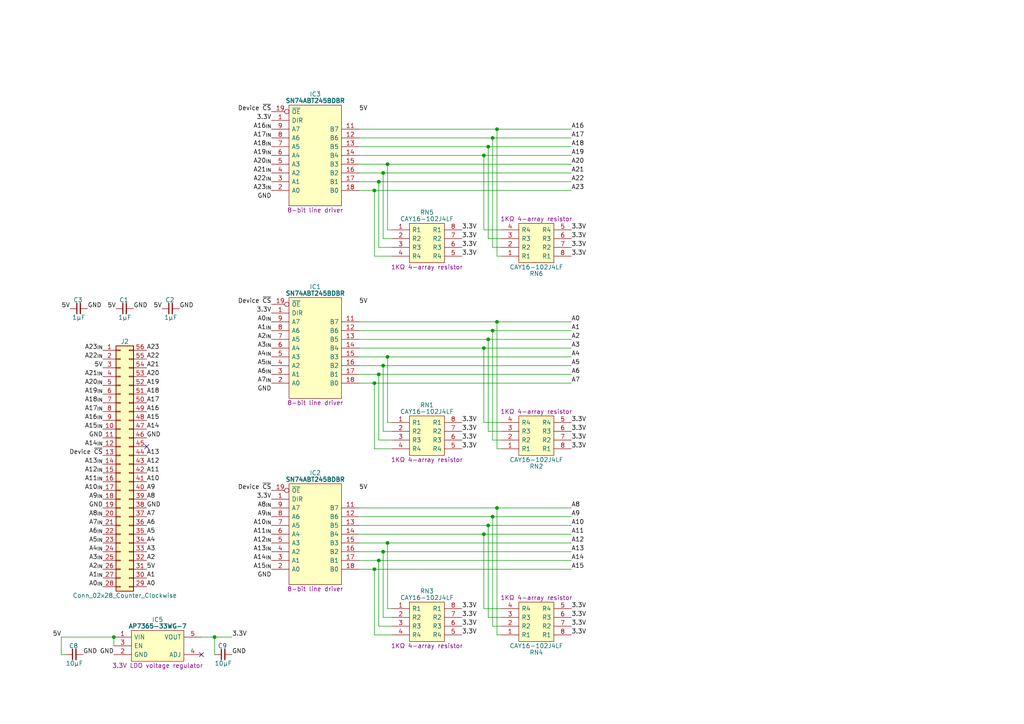
<source format=kicad_sch>
(kicad_sch (version 20230121) (generator eeschema)
  (paper "A4")
  (title_block (title "8bit Data 8bit Signal Buffer") (date "2023-10-07") (rev "V0"))
  (lib_symbols
    (symbol "Bourns:CAY16-102J4LF" (pin_names (offset 0.762))
      (property "Reference" "RN" (at 10.16 5.08 0))
      (property "Value" "CAY16-102J4LF" (at 10.16 3.175 0))
      (property "Description" "1KΩ 4-array resistor" (at 10.16 -10.795 0))
      (symbol "CAY16-102J4LF_0_0"
        (pin passive line (at 0 0 0) (length 5.08) (name "R1") (number "1"))
        (pin passive line (at 0 -2.54 0) (length 5.08) (name "R2") (number "2"))
        (pin passive line (at 0 -5.08 0) (length 5.08) (name "R3") (number "3"))
        (pin passive line (at 0 -7.62 0) (length 5.08) (name "R4") (number "4"))
        (pin passive line (at 20.32 -7.62 180) (length 5.08) (name "R4") (number "5"))
        (pin passive line (at 20.32 -5.08 180) (length 5.08) (name "R3") (number "6"))
        (pin passive line (at 20.32 -2.54 180) (length 5.08) (name "R2") (number "7"))
        (pin passive line (at 20.32 0 180) (length 5.08) (name "R1") (number "8"))
      )
      (symbol "CAY16-102J4LF_0_1"
        (polyline (pts (xy 5.08 1.905) (xy 15.24 1.905) (xy 15.24 -9.525) (xy 5.08 -9.525) (xy 5.08 1.905)) (stroke (width 0.1524)) (fill (type background)))
      )
    )
    (symbol "Connector_Generic:Conn_02x28_Counter_Clockwise" (pin_names (offset 1.016) hide)
      (property "Reference" "J" (at 1.27 35.56 0))
      (property "Value" "Conn_02x28_Counter_Clockwise" (at 1.27 -38.1 0))
      (symbol "Conn_02x28_Counter_Clockwise_1_1"
        (rectangle (start -1.27 -35.433) (end 0 -35.687) (stroke (width 0.1524)))
        (rectangle (start -1.27 -32.893) (end 0 -33.147) (stroke (width 0.1524)))
        (rectangle (start -1.27 -30.353) (end 0 -30.607) (stroke (width 0.1524)))
        (rectangle (start -1.27 -27.813) (end 0 -28.067) (stroke (width 0.1524)))
        (rectangle (start -1.27 -25.273) (end 0 -25.527) (stroke (width 0.1524)))
        (rectangle (start -1.27 -22.733) (end 0 -22.987) (stroke (width 0.1524)))
        (rectangle (start -1.27 -20.193) (end 0 -20.447) (stroke (width 0.1524)))
        (rectangle (start -1.27 -17.653) (end 0 -17.907) (stroke (width 0.1524)))
        (rectangle (start -1.27 -15.113) (end 0 -15.367) (stroke (width 0.1524)))
        (rectangle (start -1.27 -12.573) (end 0 -12.827) (stroke (width 0.1524)))
        (rectangle (start -1.27 -10.033) (end 0 -10.287) (stroke (width 0.1524)))
        (rectangle (start -1.27 -7.493) (end 0 -7.747) (stroke (width 0.1524)))
        (rectangle (start -1.27 -4.953) (end 0 -5.207) (stroke (width 0.1524)))
        (rectangle (start -1.27 -2.413) (end 0 -2.667) (stroke (width 0.1524)))
        (rectangle (start -1.27 0.127) (end 0 -0.127) (stroke (width 0.1524)))
        (rectangle (start -1.27 2.667) (end 0 2.413) (stroke (width 0.1524)))
        (rectangle (start -1.27 5.207) (end 0 4.953) (stroke (width 0.1524)))
        (rectangle (start -1.27 7.747) (end 0 7.493) (stroke (width 0.1524)))
        (rectangle (start -1.27 10.287) (end 0 10.033) (stroke (width 0.1524)))
        (rectangle (start -1.27 12.827) (end 0 12.573) (stroke (width 0.1524)))
        (rectangle (start -1.27 15.367) (end 0 15.113) (stroke (width 0.1524)))
        (rectangle (start -1.27 17.907) (end 0 17.653) (stroke (width 0.1524)))
        (rectangle (start -1.27 20.447) (end 0 20.193) (stroke (width 0.1524)))
        (rectangle (start -1.27 22.987) (end 0 22.733) (stroke (width 0.1524)))
        (rectangle (start -1.27 25.527) (end 0 25.273) (stroke (width 0.1524)))
        (rectangle (start -1.27 28.067) (end 0 27.813) (stroke (width 0.1524)))
        (rectangle (start -1.27 30.607) (end 0 30.353) (stroke (width 0.1524)))
        (rectangle (start -1.27 33.147) (end 0 32.893) (stroke (width 0.1524)))
        (rectangle (start -1.27 34.29) (end 3.81 -36.83) (stroke (width 0.254)) (fill (type background)))
        (rectangle (start 3.81 -35.433) (end 2.54 -35.687) (stroke (width 0.1524)))
        (rectangle (start 3.81 -32.893) (end 2.54 -33.147) (stroke (width 0.1524)))
        (rectangle (start 3.81 -30.353) (end 2.54 -30.607) (stroke (width 0.1524)))
        (rectangle (start 3.81 -27.813) (end 2.54 -28.067) (stroke (width 0.1524)))
        (rectangle (start 3.81 -25.273) (end 2.54 -25.527) (stroke (width 0.1524)))
        (rectangle (start 3.81 -22.733) (end 2.54 -22.987) (stroke (width 0.1524)))
        (rectangle (start 3.81 -20.193) (end 2.54 -20.447) (stroke (width 0.1524)))
        (rectangle (start 3.81 -17.653) (end 2.54 -17.907) (stroke (width 0.1524)))
        (rectangle (start 3.81 -15.113) (end 2.54 -15.367) (stroke (width 0.1524)))
        (rectangle (start 3.81 -12.573) (end 2.54 -12.827) (stroke (width 0.1524)))
        (rectangle (start 3.81 -10.033) (end 2.54 -10.287) (stroke (width 0.1524)))
        (rectangle (start 3.81 -7.493) (end 2.54 -7.747) (stroke (width 0.1524)))
        (rectangle (start 3.81 -4.953) (end 2.54 -5.207) (stroke (width 0.1524)))
        (rectangle (start 3.81 -2.413) (end 2.54 -2.667) (stroke (width 0.1524)))
        (rectangle (start 3.81 0.127) (end 2.54 -0.127) (stroke (width 0.1524)))
        (rectangle (start 3.81 2.667) (end 2.54 2.413) (stroke (width 0.1524)))
        (rectangle (start 3.81 5.207) (end 2.54 4.953) (stroke (width 0.1524)))
        (rectangle (start 3.81 7.747) (end 2.54 7.493) (stroke (width 0.1524)))
        (rectangle (start 3.81 10.287) (end 2.54 10.033) (stroke (width 0.1524)))
        (rectangle (start 3.81 12.827) (end 2.54 12.573) (stroke (width 0.1524)))
        (rectangle (start 3.81 15.367) (end 2.54 15.113) (stroke (width 0.1524)))
        (rectangle (start 3.81 17.907) (end 2.54 17.653) (stroke (width 0.1524)))
        (rectangle (start 3.81 20.447) (end 2.54 20.193) (stroke (width 0.1524)))
        (rectangle (start 3.81 22.987) (end 2.54 22.733) (stroke (width 0.1524)))
        (rectangle (start 3.81 25.527) (end 2.54 25.273) (stroke (width 0.1524)))
        (rectangle (start 3.81 28.067) (end 2.54 27.813) (stroke (width 0.1524)))
        (rectangle (start 3.81 30.607) (end 2.54 30.353) (stroke (width 0.1524)))
        (rectangle (start 3.81 33.147) (end 2.54 32.893) (stroke (width 0.1524)))
        (pin passive line (at -5.08 33.02 0) (length 3.81) (name "Pin_1") (number "1"))
        (pin passive line (at -5.08 10.16 0) (length 3.81) (name "Pin_10") (number "10"))
        (pin passive line (at -5.08 7.62 0) (length 3.81) (name "Pin_11") (number "11"))
        (pin passive line (at -5.08 5.08 0) (length 3.81) (name "Pin_12") (number "12"))
        (pin passive line (at -5.08 2.54 0) (length 3.81) (name "Pin_13") (number "13"))
        (pin passive line (at -5.08 0 0) (length 3.81) (name "Pin_14") (number "14"))
        (pin passive line (at -5.08 -2.54 0) (length 3.81) (name "Pin_15") (number "15"))
        (pin passive line (at -5.08 -5.08 0) (length 3.81) (name "Pin_16") (number "16"))
        (pin passive line (at -5.08 -7.62 0) (length 3.81) (name "Pin_17") (number "17"))
        (pin passive line (at -5.08 -10.16 0) (length 3.81) (name "Pin_18") (number "18"))
        (pin passive line (at -5.08 -12.7 0) (length 3.81) (name "Pin_19") (number "19"))
        (pin passive line (at -5.08 30.48 0) (length 3.81) (name "Pin_2") (number "2"))
        (pin passive line (at -5.08 -15.24 0) (length 3.81) (name "Pin_20") (number "20"))
        (pin passive line (at -5.08 -17.78 0) (length 3.81) (name "Pin_21") (number "21"))
        (pin passive line (at -5.08 -20.32 0) (length 3.81) (name "Pin_22") (number "22"))
        (pin passive line (at -5.08 -22.86 0) (length 3.81) (name "Pin_23") (number "23"))
        (pin passive line (at -5.08 -25.4 0) (length 3.81) (name "Pin_24") (number "24"))
        (pin passive line (at -5.08 -27.94 0) (length 3.81) (name "Pin_25") (number "25"))
        (pin passive line (at -5.08 -30.48 0) (length 3.81) (name "Pin_26") (number "26"))
        (pin passive line (at -5.08 -33.02 0) (length 3.81) (name "Pin_27") (number "27"))
        (pin passive line (at -5.08 -35.56 0) (length 3.81) (name "Pin_28") (number "28"))
        (pin passive line (at 7.62 -35.56 180) (length 3.81) (name "Pin_29") (number "29"))
        (pin passive line (at -5.08 27.94 0) (length 3.81) (name "Pin_3") (number "3"))
        (pin passive line (at 7.62 -33.02 180) (length 3.81) (name "Pin_30") (number "30"))
        (pin passive line (at 7.62 -30.48 180) (length 3.81) (name "Pin_31") (number "31"))
        (pin passive line (at 7.62 -27.94 180) (length 3.81) (name "Pin_32") (number "32"))
        (pin passive line (at 7.62 -25.4 180) (length 3.81) (name "Pin_33") (number "33"))
        (pin passive line (at 7.62 -22.86 180) (length 3.81) (name "Pin_34") (number "34"))
        (pin passive line (at 7.62 -20.32 180) (length 3.81) (name "Pin_35") (number "35"))
        (pin passive line (at 7.62 -17.78 180) (length 3.81) (name "Pin_36") (number "36"))
        (pin passive line (at 7.62 -15.24 180) (length 3.81) (name "Pin_37") (number "37"))
        (pin passive line (at 7.62 -12.7 180) (length 3.81) (name "Pin_38") (number "38"))
        (pin passive line (at 7.62 -10.16 180) (length 3.81) (name "Pin_39") (number "39"))
        (pin passive line (at -5.08 25.4 0) (length 3.81) (name "Pin_4") (number "4"))
        (pin passive line (at 7.62 -7.62 180) (length 3.81) (name "Pin_40") (number "40"))
        (pin passive line (at 7.62 -5.08 180) (length 3.81) (name "Pin_41") (number "41"))
        (pin passive line (at 7.62 -2.54 180) (length 3.81) (name "Pin_42") (number "42"))
        (pin passive line (at 7.62 0 180) (length 3.81) (name "Pin_43") (number "43"))
        (pin passive line (at 7.62 2.54 180) (length 3.81) (name "Pin_44") (number "44"))
        (pin passive line (at 7.62 5.08 180) (length 3.81) (name "Pin_45") (number "45"))
        (pin passive line (at 7.62 7.62 180) (length 3.81) (name "Pin_46") (number "46"))
        (pin passive line (at 7.62 10.16 180) (length 3.81) (name "Pin_47") (number "47"))
        (pin passive line (at 7.62 12.7 180) (length 3.81) (name "Pin_48") (number "48"))
        (pin passive line (at 7.62 15.24 180) (length 3.81) (name "Pin_49") (number "49"))
        (pin passive line (at -5.08 22.86 0) (length 3.81) (name "Pin_5") (number "5"))
        (pin passive line (at 7.62 17.78 180) (length 3.81) (name "Pin_50") (number "50"))
        (pin passive line (at 7.62 20.32 180) (length 3.81) (name "Pin_51") (number "51"))
        (pin passive line (at 7.62 22.86 180) (length 3.81) (name "Pin_52") (number "52"))
        (pin passive line (at 7.62 25.4 180) (length 3.81) (name "Pin_53") (number "53"))
        (pin passive line (at 7.62 27.94 180) (length 3.81) (name "Pin_54") (number "54"))
        (pin passive line (at 7.62 30.48 180) (length 3.81) (name "Pin_55") (number "55"))
        (pin passive line (at 7.62 33.02 180) (length 3.81) (name "Pin_56") (number "56"))
        (pin passive line (at -5.08 20.32 0) (length 3.81) (name "Pin_6") (number "6"))
        (pin passive line (at -5.08 17.78 0) (length 3.81) (name "Pin_7") (number "7"))
        (pin passive line (at -5.08 15.24 0) (length 3.81) (name "Pin_8") (number "8"))
        (pin passive line (at -5.08 12.7 0) (length 3.81) (name "Pin_9") (number "9"))
      )
    )
    (symbol "Diodes_Inc:AP7365-33WG-7" (pin_names (offset 0.762))
      (property "Reference" "IC" (at 12.7 5.08 0))
      (property "Value" "AP7365-33WG-7" (at 12.7 3.175 0))
      (property "Description" "3.3V LDO voltage regulator" (at 12.7 -8.255 0))
      (symbol "AP7365-33WG-7_0_0"
        (pin passive line (at 0 0 0) (length 5.08) (name "VIN") (number "1"))
        (pin passive line (at 0 -5.08 0) (length 5.08) (name "GND") (number "2"))
        (pin input line (at 0 -2.54 0) (length 5.08) (name "EN") (number "3"))
        (pin passive line (at 25.4 -5.08 180) (length 5.08) (name "ADJ") (number "4"))
        (pin passive line (at 25.4 0 180) (length 5.08) (name "VOUT") (number "5"))
      )
      (symbol "AP7365-33WG-7_0_1"
        (polyline (pts (xy 5.08 1.905) (xy 20.32 1.905) (xy 20.32 -6.985) (xy 5.08 -6.985) (xy 5.08 1.905)) (fill (type background)))
      )
    )
    (symbol "HCP65:C_0805" (pin_numbers hide) (pin_names (offset 0.254) hide)
      (property "Reference" "C" (at 2.286 2.54 0))
      (property "Value" "?μF" (at 2.54 -2.54 0))
      (symbol "C_0805_0_1"
        (polyline (pts (xy 1.9685 -1.4605) (xy 1.9685 1.5875)) (stroke (width 0.3048)))
        (polyline (pts (xy 2.9845 -1.4605) (xy 2.9845 1.5875)) (stroke (width 0.3302)))
      )
      (symbol "C_0805_1_1"
        (pin passive line (at 0 0 0) (length 2.032) (name "~") (number "1"))
        (pin passive line (at 5.08 0 180) (length 2.032) (name "~") (number "2"))
      )
    )
    (symbol "Texas_Instruments:SN74ABT245BDBR" (pin_names (offset 0.762))
      (property "Reference" "IC" (at 12.7 5.08 0))
      (property "Value" "SN74ABT245BDBR" (at 12.7 3.175 0))
      (property "Description" "8-bit line driver" (at 12.7 -28.575 0))
      (symbol "SN74ABT245BDBR_0_0"
        (pin input line (at 0 -2.54 0) (length 5.08) (name "DIR") (number "1"))
        (pin passive line (at 0 -25.4 0) (length 5.08) hide (name "GND") (number "10"))
        (pin tri_state line (at 25.4 -5.08 180) (length 5.08) (name "B7") (number "11"))
        (pin tri_state line (at 25.4 -7.62 180) (length 5.08) (name "B6") (number "12"))
        (pin tri_state line (at 25.4 -10.16 180) (length 5.08) (name "B5") (number "13"))
        (pin tri_state line (at 25.4 -12.7 180) (length 5.08) (name "B4") (number "14"))
        (pin tri_state line (at 25.4 -15.24 180) (length 5.08) (name "B3") (number "15"))
        (pin tri_state line (at 25.4 -17.78 180) (length 5.08) (name "B2") (number "16"))
        (pin tri_state line (at 25.4 -20.32 180) (length 5.08) (name "B1") (number "17"))
        (pin tri_state line (at 25.4 -22.86 180) (length 5.08) (name "B0") (number "18"))
        (pin input inverted (at 0 0 0) (length 5.08) (name "~{OE}") (number "19"))
        (pin tri_state line (at 0 -22.86 0) (length 5.08) (name "A0") (number "2"))
        (pin passive line (at 25.4 0 180) (length 5.08) hide (name "5V") (number "20"))
        (pin tri_state line (at 0 -20.32 0) (length 5.08) (name "A1") (number "3"))
        (pin tri_state line (at 0 -17.78 0) (length 5.08) (name "A2") (number "4"))
        (pin tri_state line (at 0 -15.24 0) (length 5.08) (name "A3") (number "5"))
        (pin tri_state line (at 0 -12.7 0) (length 5.08) (name "A4") (number "6"))
        (pin tri_state line (at 0 -10.16 0) (length 5.08) (name "A5") (number "7"))
        (pin tri_state line (at 0 -7.62 0) (length 5.08) (name "A6") (number "8"))
        (pin tri_state line (at 0 -5.08 0) (length 5.08) (name "A7") (number "9"))
      )
      (symbol "SN74ABT245BDBR_0_1"
        (polyline (pts (xy 5.08 1.905) (xy 20.32 1.905) (xy 20.32 -27.305) (xy 5.08 -27.305) (xy 5.08 1.905)) (stroke (width 0.1524)) (fill (type background)))
      )
    )
  )
  (junction (at 111.125 106.045))
  (junction (at 144.145 93.345))
  (junction (at 111.125 50.165))
  (junction (at 112.395 103.505))
  (junction (at 109.855 52.705))
  (junction (at 33.02 184.785))
  (junction (at 140.335 45.085))
  (junction (at 142.875 149.86))
  (junction (at 142.875 95.885))
  (junction (at 112.395 157.48))
  (junction (at 108.585 55.245))
  (junction (at 109.855 162.56))
  (junction (at 144.145 37.465))
  (junction (at 108.585 165.1))
  (junction (at 141.605 98.425))
  (junction (at 141.605 42.545))
  (junction (at 140.335 100.965))
  (junction (at 144.145 147.32))
  (junction (at 62.23 184.785))
  (junction (at 142.875 40.005))
  (junction (at 112.395 47.625))
  (junction (at 109.855 108.585))
  (junction (at 140.335 154.94))
  (junction (at 141.605 152.4))
  (junction (at 108.585 111.125))
  (junction (at 111.125 160.02))
  (no_connect (at 58.42 189.865))
  (no_connect (at 42.545 129.54))
  (wire (pts (xy 140.335 100.965) (xy 165.735 100.965)))
  (wire (pts (xy 145.415 127.635) (xy 142.875 127.635)))
  (wire (pts (xy 165.735 154.94) (xy 140.335 154.94)))
  (wire (pts (xy 144.145 93.345) (xy 165.735 93.345)))
  (wire (pts (xy 104.14 37.465) (xy 144.145 37.465)))
  (wire (pts (xy 140.335 66.675) (xy 145.415 66.675)))
  (wire (pts (xy 140.335 176.53) (xy 145.415 176.53)))
  (wire (pts (xy 111.125 50.165) (xy 165.735 50.165)))
  (wire (pts (xy 144.145 37.465) (xy 144.145 74.295)))
  (wire (pts (xy 140.335 45.085) (xy 165.735 45.085)))
  (wire (pts (xy 111.125 106.045) (xy 165.735 106.045)))
  (wire (pts (xy 108.585 130.175) (xy 108.585 111.125)))
  (wire (pts (xy 112.395 66.675) (xy 112.395 47.625)))
  (wire (pts (xy 109.855 127.635) (xy 109.855 108.585)))
  (wire (pts (xy 142.875 95.885) (xy 165.735 95.885)))
  (wire (pts (xy 62.23 189.865) (xy 62.23 184.785)))
  (wire (pts (xy 111.125 69.215) (xy 111.125 50.165)))
  (wire (pts (xy 141.605 179.07) (xy 141.605 152.4)))
  (wire (pts (xy 145.415 184.15) (xy 144.145 184.15)))
  (wire (pts (xy 104.14 98.425) (xy 141.605 98.425)))
  (wire (pts (xy 111.125 125.095) (xy 113.665 125.095)))
  (wire (pts (xy 144.145 93.345) (xy 144.145 130.175)))
  (wire (pts (xy 108.585 111.125) (xy 165.735 111.125)))
  (wire (pts (xy 108.585 165.1) (xy 104.14 165.1)))
  (wire (pts (xy 142.875 149.86) (xy 142.875 181.61)))
  (wire (pts (xy 104.14 47.625) (xy 112.395 47.625)))
  (wire (pts (xy 109.855 108.585) (xy 165.735 108.585)))
  (wire (pts (xy 109.855 71.755) (xy 109.855 52.705)))
  (wire (pts (xy 104.14 95.885) (xy 142.875 95.885)))
  (wire (pts (xy 165.735 157.48) (xy 112.395 157.48)))
  (wire (pts (xy 145.415 130.175) (xy 144.145 130.175)))
  (wire (pts (xy 17.78 184.785) (xy 33.02 184.785)))
  (wire (pts (xy 140.335 122.555) (xy 145.415 122.555)))
  (wire (pts (xy 104.14 103.505) (xy 112.395 103.505)))
  (wire (pts (xy 112.395 66.675) (xy 113.665 66.675)))
  (wire (pts (xy 108.585 74.295) (xy 108.585 55.245)))
  (wire (pts (xy 141.605 98.425) (xy 165.735 98.425)))
  (wire (pts (xy 111.125 179.07) (xy 113.665 179.07)))
  (wire (pts (xy 165.735 165.1) (xy 108.585 165.1)))
  (wire (pts (xy 33.02 184.785) (xy 33.02 187.325)))
  (wire (pts (xy 111.125 69.215) (xy 113.665 69.215)))
  (wire (pts (xy 142.875 40.005) (xy 142.875 71.755)))
  (wire (pts (xy 141.605 69.215) (xy 141.605 42.545)))
  (wire (pts (xy 112.395 122.555) (xy 113.665 122.555)))
  (wire (pts (xy 165.735 149.86) (xy 142.875 149.86)))
  (wire (pts (xy 108.585 184.15) (xy 108.585 165.1)))
  (wire (pts (xy 113.665 127.635) (xy 109.855 127.635)))
  (wire (pts (xy 104.14 50.165) (xy 111.125 50.165)))
  (wire (pts (xy 165.735 147.32) (xy 144.145 147.32)))
  (wire (pts (xy 113.665 184.15) (xy 108.585 184.15)))
  (wire (pts (xy 111.125 179.07) (xy 111.125 160.02)))
  (wire (pts (xy 142.875 95.885) (xy 142.875 127.635)))
  (wire (pts (xy 104.14 45.085) (xy 140.335 45.085)))
  (wire (pts (xy 140.335 66.675) (xy 140.335 45.085)))
  (wire (pts (xy 113.665 181.61) (xy 109.855 181.61)))
  (wire (pts (xy 141.605 42.545) (xy 165.735 42.545)))
  (wire (pts (xy 112.395 122.555) (xy 112.395 103.505)))
  (wire (pts (xy 112.395 157.48) (xy 104.14 157.48)))
  (wire (pts (xy 112.395 103.505) (xy 165.735 103.505)))
  (wire (pts (xy 112.395 47.625) (xy 165.735 47.625)))
  (wire (pts (xy 104.14 100.965) (xy 140.335 100.965)))
  (wire (pts (xy 104.14 108.585) (xy 109.855 108.585)))
  (wire (pts (xy 165.735 162.56) (xy 109.855 162.56)))
  (wire (pts (xy 104.14 93.345) (xy 144.145 93.345)))
  (wire (pts (xy 108.585 55.245) (xy 165.735 55.245)))
  (wire (pts (xy 113.665 71.755) (xy 109.855 71.755)))
  (wire (pts (xy 141.605 125.095) (xy 145.415 125.095)))
  (wire (pts (xy 58.42 184.785) (xy 62.23 184.785)))
  (wire (pts (xy 144.145 147.32) (xy 144.145 184.15)))
  (wire (pts (xy 104.14 55.245) (xy 108.585 55.245)))
  (wire (pts (xy 141.605 152.4) (xy 104.14 152.4)))
  (wire (pts (xy 104.14 111.125) (xy 108.585 111.125)))
  (wire (pts (xy 145.415 74.295) (xy 144.145 74.295)))
  (wire (pts (xy 165.735 160.02) (xy 111.125 160.02)))
  (wire (pts (xy 140.335 154.94) (xy 104.14 154.94)))
  (wire (pts (xy 111.125 160.02) (xy 104.14 160.02)))
  (wire (pts (xy 142.875 40.005) (xy 165.735 40.005)))
  (wire (pts (xy 140.335 122.555) (xy 140.335 100.965)))
  (wire (pts (xy 145.415 181.61) (xy 142.875 181.61)))
  (wire (pts (xy 113.665 130.175) (xy 108.585 130.175)))
  (wire (pts (xy 113.665 74.295) (xy 108.585 74.295)))
  (wire (pts (xy 17.78 184.785) (xy 17.78 189.865)))
  (wire (pts (xy 144.145 37.465) (xy 165.735 37.465)))
  (wire (pts (xy 141.605 125.095) (xy 141.605 98.425)))
  (wire (pts (xy 109.855 162.56) (xy 104.14 162.56)))
  (wire (pts (xy 112.395 176.53) (xy 113.665 176.53)))
  (wire (pts (xy 104.14 106.045) (xy 111.125 106.045)))
  (wire (pts (xy 104.14 42.545) (xy 141.605 42.545)))
  (wire (pts (xy 111.125 125.095) (xy 111.125 106.045)))
  (wire (pts (xy 109.855 52.705) (xy 165.735 52.705)))
  (wire (pts (xy 165.735 152.4) (xy 141.605 152.4)))
  (wire (pts (xy 145.415 71.755) (xy 142.875 71.755)))
  (wire (pts (xy 112.395 176.53) (xy 112.395 157.48)))
  (wire (pts (xy 109.855 181.61) (xy 109.855 162.56)))
  (wire (pts (xy 142.875 149.86) (xy 104.14 149.86)))
  (wire (pts (xy 17.78 189.865) (xy 19.05 189.865)))
  (wire (pts (xy 104.14 40.005) (xy 142.875 40.005)))
  (wire (pts (xy 141.605 179.07) (xy 145.415 179.07)))
  (wire (pts (xy 62.23 184.785) (xy 67.31 184.785)))
  (wire (pts (xy 141.605 69.215) (xy 145.415 69.215)))
  (wire (pts (xy 104.14 52.705) (xy 109.855 52.705)))
  (wire (pts (xy 140.335 176.53) (xy 140.335 154.94)))
  (wire (pts (xy 144.145 147.32) (xy 104.14 147.32)))
  (label "A18_{IN}" (at 78.74 42.545 180))
  (label "A18" (at 42.545 114.3 0))
  (label "3.3V" (at 165.735 125.095 0))
  (label "GND" (at 78.74 57.785 180))
  (label "A16" (at 42.545 119.38 0))
  (label "3.3V" (at 133.985 122.555 0))
  (label "A7_{IN}" (at 29.845 152.4 180))
  (label "A2" (at 42.545 162.56 0))
  (label "3.3V" (at 165.735 127.635 0))
  (label "3.3V" (at 165.735 176.53 0))
  (label "A12_{IN}" (at 29.845 137.16 180))
  (label "Device ~{CS}" (at 29.845 132.08 180))
  (label "3.3V" (at 165.735 130.175 0))
  (label "A23" (at 165.735 55.245 0))
  (label "3.3V" (at 133.985 184.15 0))
  (label "A7" (at 165.735 111.125 0))
  (label "A23_{IN}" (at 78.74 55.245 180))
  (label "3.3V" (at 78.74 144.78 180))
  (label "A15" (at 42.545 121.92 0))
  (label "A12" (at 42.545 134.62 0))
  (label "A20" (at 42.545 109.22 0))
  (label "A19" (at 165.735 45.085 0))
  (label "A8_{IN}" (at 78.74 147.32 180))
  (label "A3" (at 42.545 160.02 0))
  (label "GND" (at 67.31 189.865 0))
  (label "3.3V" (at 133.985 66.675 0))
  (label "GND" (at 25.4 89.535 0))
  (label "3.3V" (at 133.985 69.215 0))
  (label "A12_{IN}" (at 78.74 157.48 180))
  (label "A9" (at 42.545 142.24 0))
  (label "A2_{IN}" (at 29.845 165.1 180))
  (label "A19_{IN}" (at 78.74 45.085 180))
  (label "A9_{IN}" (at 29.845 144.78 180))
  (label "5V" (at 104.14 88.265 0))
  (label "A16_{IN}" (at 78.74 37.465 180))
  (label "A7_{IN}" (at 78.74 111.125 180))
  (label "A14_{IN}" (at 29.845 129.54 180))
  (label "A8" (at 165.735 147.32 0))
  (label "A5" (at 42.545 154.94 0))
  (label "A19_{IN}" (at 29.845 114.3 180))
  (label "GND" (at 24.13 189.865 0))
  (label "A0" (at 42.545 170.18 0))
  (label "5V" (at 17.78 184.785 180))
  (label "A21" (at 165.735 50.165 0))
  (label "3.3V" (at 133.985 176.53 0))
  (label "A11_{IN}" (at 78.74 154.94 180))
  (label "A14" (at 165.735 162.56 0))
  (label "A0_{IN}" (at 78.74 93.345 180))
  (label "3.3V" (at 133.985 179.07 0))
  (label "A4_{IN}" (at 78.74 103.505 180))
  (label "A18" (at 165.735 42.545 0))
  (label "A15_{IN}" (at 78.74 165.1 180))
  (label "A13_{IN}" (at 78.74 160.02 180))
  (label "3.3V" (at 165.735 66.675 0))
  (label "5V" (at 104.14 142.24 0))
  (label "3.3V" (at 78.74 90.805 180))
  (label "A21_{IN}" (at 78.74 50.165 180))
  (label "5V" (at 104.14 32.385 0))
  (label "A17" (at 165.735 40.005 0))
  (label "A10" (at 42.545 139.7 0))
  (label "A3_{IN}" (at 78.74 100.965 180))
  (label "A4" (at 42.545 157.48 0))
  (label "GND" (at 33.02 189.865 180))
  (label "A17_{IN}" (at 29.845 119.38 180))
  (label "A5" (at 165.735 106.045 0))
  (label "A5_{IN}" (at 29.845 157.48 180))
  (label "A5_{IN}" (at 78.74 106.045 180))
  (label "A7" (at 42.545 149.86 0))
  (label "A2_{IN}" (at 78.74 98.425 180))
  (label "3.3V" (at 165.735 74.295 0))
  (label "GND" (at 42.545 147.32 0))
  (label "3.3V" (at 165.735 71.755 0))
  (label "A0" (at 165.735 93.345 0))
  (label "5V" (at 20.32 89.535 180))
  (label "5V" (at 29.845 106.68 180))
  (label "A11_{IN}" (at 29.845 139.7 180))
  (label "GND" (at 78.74 167.64 180))
  (label "A22" (at 42.545 104.14 0))
  (label "A13" (at 165.735 160.02 0))
  (label "A17_{IN}" (at 78.74 40.005 180))
  (label "A1" (at 165.735 95.885 0))
  (label "A13" (at 42.545 132.08 0))
  (label "A16_{IN}" (at 29.845 121.92 180))
  (label "GND" (at 42.545 127 0))
  (label "Device ~{CS}" (at 78.74 142.24 180))
  (label "A20_{IN}" (at 29.845 111.76 180))
  (label "A14_{IN}" (at 78.74 162.56 180))
  (label "A19" (at 42.545 111.76 0))
  (label "A21" (at 42.545 106.68 0))
  (label "A0_{IN}" (at 29.845 170.18 180))
  (label "A10" (at 165.735 152.4 0))
  (label "A13_{IN}" (at 29.845 134.62 180))
  (label "A6" (at 165.735 108.585 0))
  (label "Device ~{CS}" (at 78.74 88.265 180))
  (label "5V" (at 33.655 89.535 180))
  (label "GND" (at 29.845 147.32 180))
  (label "A21_{IN}" (at 29.845 109.22 180))
  (label "A4_{IN}" (at 29.845 160.02 180))
  (label "3.3V" (at 133.985 71.755 0))
  (label "A20_{IN}" (at 78.74 47.625 180))
  (label "GND" (at 38.735 89.535 0))
  (label "3.3V" (at 165.735 122.555 0))
  (label "A14" (at 42.545 124.46 0))
  (label "3.3V" (at 165.735 184.15 0))
  (label "A22" (at 165.735 52.705 0))
  (label "A12" (at 165.735 157.48 0))
  (label "3.3V" (at 133.985 181.61 0))
  (label "A22_{IN}" (at 78.74 52.705 180))
  (label "3.3V" (at 133.985 125.095 0))
  (label "3.3V" (at 67.31 184.785 0))
  (label "3.3V" (at 78.74 34.925 180))
  (label "A23_{IN}" (at 29.845 101.6 180))
  (label "A10_{IN}" (at 78.74 152.4 180))
  (label "A6_{IN}" (at 29.845 154.94 180))
  (label "GND" (at 78.74 113.665 180))
  (label "GND" (at 29.845 127 180))
  (label "A1_{IN}" (at 29.845 167.64 180))
  (label "A1" (at 42.545 167.64 0))
  (label "5V" (at 42.545 165.1 0))
  (label "A8" (at 42.545 144.78 0))
  (label "A23" (at 42.545 101.6 0))
  (label "A11" (at 165.735 154.94 0))
  (label "A3" (at 165.735 100.965 0))
  (label "A10_{IN}" (at 29.845 142.24 180))
  (label "GND" (at 52.07 89.535 0))
  (label "A17" (at 42.545 116.84 0))
  (label "A2" (at 165.735 98.425 0))
  (label "A22_{IN}" (at 29.845 104.14 180))
  (label "Device ~{CS}" (at 78.74 32.385 180))
  (label "A15_{IN}" (at 29.845 124.46 180))
  (label "3.3V" (at 165.735 181.61 0))
  (label "A9_{IN}" (at 78.74 149.86 180))
  (label "A20" (at 165.735 47.625 0))
  (label "3.3V" (at 133.985 127.635 0))
  (label "3.3V" (at 165.735 69.215 0))
  (label "A9" (at 165.735 149.86 0))
  (label "3.3V" (at 133.985 74.295 0))
  (label "A8_{IN}" (at 29.845 149.86 180))
  (label "3.3V" (at 133.985 130.175 0))
  (label "A15" (at 165.735 165.1 0))
  (label "A1_{IN}" (at 78.74 95.885 180))
  (label "A4" (at 165.735 103.505 0))
  (label "A6" (at 42.545 152.4 0))
  (label "A16" (at 165.735 37.465 0))
  (label "5V" (at 46.99 89.535 180))
  (label "A18_{IN}" (at 29.845 116.84 180))
  (label "A3_{IN}" (at 29.845 162.56 180))
  (label "A6_{IN}" (at 78.74 108.585 180))
  (label "3.3V" (at 165.735 179.07 0))
  (label "A11" (at 42.545 137.16 0))
  (symbol (lib_id "Bourns:CAY16-102J4LF") (at 145.415 130.175 0) (mirror x) (unit 1)
    (property "Reference" "RN2" (at 155.575 135.255 0))
    (property "Value" "CAY16-102J4LF" (at 155.575 133.35 0))
    (property "Footprint" "SamacSys_Parts:CAY16-J4" (effects hide))
    (property "Datasheet" "https://www.bourns.com/pdfs/CATCAY.pdf" (effects hide))
    (property "Description" "1KΩ 4-array resistor" (at 155.575 119.38 0))
    (property "Manufacturer_Name" "Bourns" (effects hide))
    (property "Manufacturer_Part_Number" "CAY16-102J4LF\n" (effects hide))
    (property "Mouser Part Number" "652-CAY16-102J4LF" (effects hide))
    (property "Mouser Price/Stock" "https://www.mouser.co.uk/ProductDetail/Bourns/CAY16-472J4LF?qs=vjljXApjgZXDWSqaYW6%252BOA%3D%3D" (effects hide))
    (property "Silkscreen" "1KΩ" (effects hide))
  )
  (symbol (lib_id "Texas_Instruments:SN74ABT245BDBR") (at 78.74 32.385 0) (unit 1)
    (property "Reference" "IC3" (at 91.44 27.305 0))
    (property "Value" "SN74ABT245BDBR" (at 91.44 29.21 0) (effects (font bold)))
    (property "Footprint" "SOP65P780X200-20N" (effects hide))
    (property "Datasheet" "http://www.ti.com/lit/gpn/sn74abt245b" (effects hide))
    (property "Description" "8-bit line driver" (at 91.44 60.96 0))
    (property "Height" "2" (effects hide))
    (property "Manufacturer_Name" "Texas Instruments" (effects hide))
    (property "Manufacturer_Part_Number" "SN74ABT245BDBR" (effects hide))
    (property "Mouser Part Number" "595-SN74ABT245BDBR" (effects hide))
    (property "Mouser Price/Stock" "https://www.mouser.co.uk/ProductDetail/Texas-Instruments/SN74ABT245BDBR?qs=5nGYs9Do7G0kvriH65mtcg%3D%3D" (effects hide))
    (property "Silkscreen" "74ABT245" (effects hide))
  )
  (symbol (lib_id "HCP65:C_0805") (at 20.32 89.535 0) (unit 1)
    (property "Reference" "C3" (at 22.606 86.995 0))
    (property "Value" "1μF" (at 22.86 92.075 0))
    (property "Footprint" "SamacSys_Parts:C_0805" (effects hide))
  )
  (symbol (lib_id "Bourns:CAY16-102J4LF") (at 145.415 74.295 0) (mirror x) (unit 1)
    (property "Reference" "RN6" (at 155.575 79.375 0))
    (property "Value" "CAY16-102J4LF" (at 155.575 77.47 0))
    (property "Footprint" "SamacSys_Parts:CAY16-J4" (effects hide))
    (property "Datasheet" "https://www.bourns.com/pdfs/CATCAY.pdf" (effects hide))
    (property "Description" "1KΩ 4-array resistor" (at 155.575 63.5 0))
    (property "Manufacturer_Name" "Bourns" (effects hide))
    (property "Manufacturer_Part_Number" "CAY16-102J4LF\n" (effects hide))
    (property "Mouser Part Number" "652-CAY16-102J4LF" (effects hide))
    (property "Mouser Price/Stock" "https://www.mouser.co.uk/ProductDetail/Bourns/CAY16-472J4LF?qs=vjljXApjgZXDWSqaYW6%252BOA%3D%3D" (effects hide))
    (property "Silkscreen" "1KΩ" (effects hide))
  )
  (symbol (lib_id "HCP65:C_0805") (at 33.655 89.535 0) (unit 1)
    (property "Reference" "C1" (at 35.941 86.995 0))
    (property "Value" "1μF" (at 36.195 92.075 0))
    (property "Footprint" "SamacSys_Parts:C_0805" (effects hide))
  )
  (symbol (lib_id "Texas_Instruments:SN74ABT245BDBR") (at 78.74 88.265 0) (unit 1)
    (property "Reference" "IC1" (at 91.44 83.185 0))
    (property "Value" "SN74ABT245BDBR" (at 91.44 85.09 0) (effects (font bold)))
    (property "Footprint" "SOP65P780X200-20N" (effects hide))
    (property "Datasheet" "http://www.ti.com/lit/gpn/sn74abt245b" (effects hide))
    (property "Description" "8-bit line driver" (at 91.44 116.84 0))
    (property "Height" "2" (effects hide))
    (property "Manufacturer_Name" "Texas Instruments" (effects hide))
    (property "Manufacturer_Part_Number" "SN74ABT245BDBR" (effects hide))
    (property "Mouser Part Number" "595-SN74ABT245BDBR" (effects hide))
    (property "Mouser Price/Stock" "https://www.mouser.co.uk/ProductDetail/Texas-Instruments/SN74ABT245BDBR?qs=5nGYs9Do7G0kvriH65mtcg%3D%3D" (effects hide))
    (property "Silkscreen" "74ABT245" (effects hide))
  )
  (symbol (lib_id "Bourns:CAY16-102J4LF") (at 145.415 184.15 0) (mirror x) (unit 1)
    (property "Reference" "RN4" (at 155.575 189.23 0))
    (property "Value" "CAY16-102J4LF" (at 155.575 187.325 0))
    (property "Footprint" "SamacSys_Parts:CAY16-J4" (effects hide))
    (property "Datasheet" "https://www.bourns.com/pdfs/CATCAY.pdf" (effects hide))
    (property "Description" "1KΩ 4-array resistor" (at 155.575 173.355 0))
    (property "Manufacturer_Name" "Bourns" (effects hide))
    (property "Manufacturer_Part_Number" "CAY16-102J4LF\n" (effects hide))
    (property "Mouser Part Number" "652-CAY16-102J4LF" (effects hide))
    (property "Mouser Price/Stock" "https://www.mouser.co.uk/ProductDetail/Bourns/CAY16-472J4LF?qs=vjljXApjgZXDWSqaYW6%252BOA%3D%3D" (effects hide))
    (property "Silkscreen" "1KΩ" (effects hide))
  )
  (symbol (lib_id "Bourns:CAY16-102J4LF") (at 113.665 176.53 0) (unit 1)
    (property "Reference" "RN3" (at 123.825 171.45 0))
    (property "Value" "CAY16-102J4LF" (at 123.825 173.355 0))
    (property "Footprint" "SamacSys_Parts:CAY16-J4" (effects hide))
    (property "Datasheet" "https://www.bourns.com/pdfs/CATCAY.pdf" (effects hide))
    (property "Description" "1KΩ 4-array resistor" (at 123.825 187.325 0))
    (property "Manufacturer_Name" "Bourns" (effects hide))
    (property "Manufacturer_Part_Number" "CAY16-102J4LF\n" (effects hide))
    (property "Mouser Part Number" "652-CAY16-102J4LF" (effects hide))
    (property "Mouser Price/Stock" "https://www.mouser.co.uk/ProductDetail/Bourns/CAY16-472J4LF?qs=vjljXApjgZXDWSqaYW6%252BOA%3D%3D" (effects hide))
    (property "Silkscreen" "1KΩ" (effects hide))
  )
  (symbol (lib_id "HCP65:C_0805") (at 19.05 189.865 0) (unit 1)
    (property "Reference" "C8" (at 21.336 187.325 0))
    (property "Value" "10µF" (at 19.05 192.405 0) (effects (justify left)))
    (property "Footprint" "SamacSys_Parts:C_0805" (effects hide))
  )
  (symbol (lib_id "Bourns:CAY16-102J4LF") (at 113.665 66.675 0) (unit 1)
    (property "Reference" "RN5" (at 123.825 61.595 0))
    (property "Value" "CAY16-102J4LF" (at 123.825 63.5 0))
    (property "Footprint" "SamacSys_Parts:CAY16-J4" (effects hide))
    (property "Datasheet" "https://www.bourns.com/pdfs/CATCAY.pdf" (effects hide))
    (property "Description" "1KΩ 4-array resistor" (at 123.825 77.47 0))
    (property "Manufacturer_Name" "Bourns" (effects hide))
    (property "Manufacturer_Part_Number" "CAY16-102J4LF\n" (effects hide))
    (property "Mouser Part Number" "652-CAY16-102J4LF" (effects hide))
    (property "Mouser Price/Stock" "https://www.mouser.co.uk/ProductDetail/Bourns/CAY16-472J4LF?qs=vjljXApjgZXDWSqaYW6%252BOA%3D%3D" (effects hide))
    (property "Silkscreen" "1KΩ" (effects hide))
  )
  (symbol (lib_id "Texas_Instruments:SN74ABT245BDBR") (at 78.74 142.24 0) (unit 1)
    (property "Reference" "IC2" (at 91.44 137.16 0))
    (property "Value" "SN74ABT245BDBR" (at 91.44 139.065 0) (effects (font bold)))
    (property "Footprint" "SOP65P780X200-20N" (effects hide))
    (property "Datasheet" "http://www.ti.com/lit/gpn/sn74abt245b" (effects hide))
    (property "Description" "8-bit line driver" (at 91.44 170.815 0))
    (property "Height" "2" (effects hide))
    (property "Manufacturer_Name" "Texas Instruments" (effects hide))
    (property "Manufacturer_Part_Number" "SN74ABT245BDBR" (effects hide))
    (property "Mouser Part Number" "595-SN74ABT245BDBR" (effects hide))
    (property "Mouser Price/Stock" "https://www.mouser.co.uk/ProductDetail/Texas-Instruments/SN74ABT245BDBR?qs=5nGYs9Do7G0kvriH65mtcg%3D%3D" (effects hide))
    (property "Silkscreen" "74ABT245" (effects hide))
  )
  (symbol (lib_id "Bourns:CAY16-102J4LF") (at 113.665 122.555 0) (unit 1)
    (property "Reference" "RN1" (at 123.825 117.475 0))
    (property "Value" "CAY16-102J4LF" (at 123.825 119.38 0))
    (property "Footprint" "SamacSys_Parts:CAY16-J4" (effects hide))
    (property "Datasheet" "https://www.bourns.com/pdfs/CATCAY.pdf" (effects hide))
    (property "Description" "1KΩ 4-array resistor" (at 123.825 133.35 0))
    (property "Manufacturer_Name" "Bourns" (effects hide))
    (property "Manufacturer_Part_Number" "CAY16-102J4LF\n" (effects hide))
    (property "Mouser Part Number" "652-CAY16-102J4LF" (effects hide))
    (property "Mouser Price/Stock" "https://www.mouser.co.uk/ProductDetail/Bourns/CAY16-472J4LF?qs=vjljXApjgZXDWSqaYW6%252BOA%3D%3D" (effects hide))
    (property "Silkscreen" "1KΩ" (effects hide))
  )
  (symbol (lib_id "Diodes_Inc:AP7365-33WG-7") (at 33.02 184.785 0) (unit 1)
    (property "Reference" "IC5" (at 45.72 179.705 0))
    (property "Value" "AP7365-33WG-7" (at 45.72 181.61 0) (effects (font bold)))
    (property "Footprint" "SOT95P285X130-5N" (effects hide))
    (property "Datasheet" "https://componentsearchengine.com/Datasheets/1/AP7365-33WG-7.pdf" (effects hide))
    (property "Description" "3.3V LDO voltage regulator" (at 45.72 193.04 0))
    (property "Height" "1.3" (effects hide))
    (property "Manufacturer_Name" "Diodes Inc." (effects hide))
    (property "Manufacturer_Part_Number" "AP7365-33WG-7" (effects hide))
    (property "Mouser Part Number" "621-AP7365-33WG-7" (effects hide))
    (property "Mouser Price/Stock" "https://www.mouser.co.uk/ProductDetail/Diodes-Incorporated/AP7365-33WG-7?qs=abZ1nkZpTuOZFvxvoFPL0w%3D%3D" (effects hide))
    (property "Arrow Part Number" "AP7365-33WG-7" (effects hide))
    (property "Arrow Price/Stock" "https://www.arrow.com/en/products/ap7365-33wg-7/diodes-incorporated?region=nac" (effects hide))
    (property "Silkscreen" "AP7365" (effects hide))
  )
  (symbol (lib_id "HCP65:C_0805") (at 46.99 89.535 0) (unit 1)
    (property "Reference" "C2" (at 49.276 86.995 0))
    (property "Value" "1μF" (at 49.53 92.075 0))
    (property "Footprint" "SamacSys_Parts:C_0805" (effects hide))
  )
  (symbol (lib_id "HCP65:C_0805") (at 62.23 189.865 0) (unit 1)
    (property "Reference" "C9" (at 64.516 187.325 0))
    (property "Value" "10µF" (at 62.23 192.405 0) (effects (justify left)))
    (property "Footprint" "SamacSys_Parts:C_0805" (effects hide))
  )
  (symbol (lib_id "Connector_Generic:Conn_02x28_Counter_Clockwise") (at 34.925 134.62 0) (unit 1)
    (property "Reference" "J2" (at 36.195 99.06 0))
    (property "Value" "Conn_02x28_Counter_Clockwise" (at 36.195 172.72 0))
    (property "Footprint" "SamacSys_Parts:DIP-56_Board_W15.24mm" (effects hide))
  )
)
</source>
